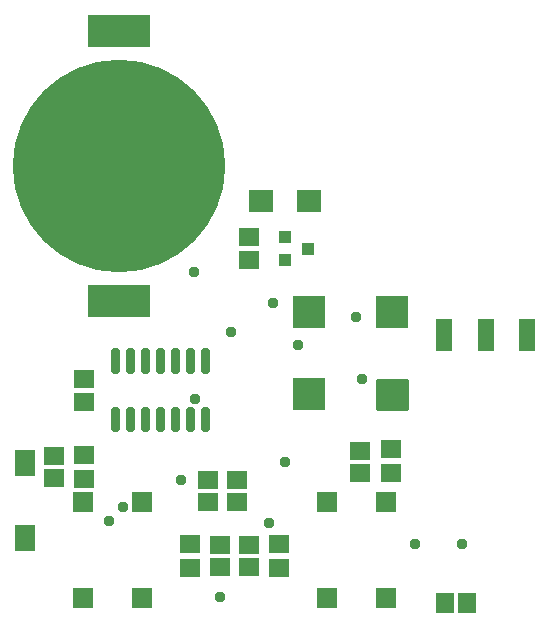
<source format=gbr>
G04 EAGLE Gerber RS-274X export*
G75*
%MOMM*%
%FSLAX34Y34*%
%LPD*%
%INSoldermask Top*%
%IPPOS*%
%AMOC8*
5,1,8,0,0,1.08239X$1,22.5*%
G01*
%ADD10C,18.003200*%
%ADD11R,5.303200X2.703200*%
%ADD12R,1.803200X1.503200*%
%ADD13R,2.003200X1.903200*%
%ADD14R,1.103200X1.003200*%
%ADD15R,1.653200X2.303200*%
%ADD16R,1.703200X1.703200*%
%ADD17R,2.703200X2.703200*%
%ADD18C,0.216253*%
%ADD19C,0.499716*%
%ADD20R,1.473200X2.743200*%
%ADD21R,1.503200X1.703200*%
%ADD22C,0.959600*%


D10*
X900000Y2190000D03*
D11*
X900000Y2075500D03*
X900000Y2304500D03*
D12*
X870000Y1990000D03*
X870000Y2010000D03*
X870000Y1945000D03*
X870000Y1925000D03*
X1035000Y1870000D03*
X1035000Y1850000D03*
X960000Y1870000D03*
X960000Y1850000D03*
X1130000Y1950000D03*
X1130000Y1930000D03*
D13*
X1060500Y2160000D03*
X1019500Y2160000D03*
D14*
X1060000Y2120000D03*
X1040000Y2129500D03*
X1040000Y2110500D03*
D12*
X845000Y1944500D03*
X845000Y1925500D03*
X1010000Y1869500D03*
X1010000Y1850500D03*
X985000Y1869500D03*
X985000Y1850500D03*
X1010000Y2110500D03*
X1010000Y2129500D03*
X975000Y1924500D03*
X975000Y1905500D03*
X1103900Y1929900D03*
X1103900Y1948900D03*
X1000000Y1905500D03*
X1000000Y1924500D03*
D15*
X820000Y1875000D03*
X820000Y1938500D03*
D16*
X1076000Y1905500D03*
X1126000Y1905500D03*
X1076000Y1824500D03*
X1126000Y1824500D03*
X919000Y1824500D03*
X869000Y1824500D03*
X919000Y1905500D03*
X869000Y1905500D03*
D17*
X1060900Y1996700D03*
D18*
X1118465Y1984265D02*
X1143335Y1984265D01*
X1118465Y1984265D02*
X1118465Y2009135D01*
X1143335Y2009135D01*
X1143335Y1984265D01*
X1143335Y1986320D02*
X1118465Y1986320D01*
X1118465Y1988375D02*
X1143335Y1988375D01*
X1143335Y1990430D02*
X1118465Y1990430D01*
X1118465Y1992485D02*
X1143335Y1992485D01*
X1143335Y1994540D02*
X1118465Y1994540D01*
X1118465Y1996595D02*
X1143335Y1996595D01*
X1143335Y1998650D02*
X1118465Y1998650D01*
X1118465Y2000705D02*
X1143335Y2000705D01*
X1143335Y2002760D02*
X1118465Y2002760D01*
X1118465Y2004815D02*
X1143335Y2004815D01*
X1143335Y2006870D02*
X1118465Y2006870D01*
X1118465Y2008925D02*
X1143335Y2008925D01*
D17*
X1060900Y2066700D03*
X1130900Y2066700D03*
D19*
X898368Y1983468D02*
X898368Y1966932D01*
X895432Y1966932D01*
X895432Y1983468D01*
X898368Y1983468D01*
X898368Y1971679D02*
X895432Y1971679D01*
X895432Y1976426D02*
X898368Y1976426D01*
X898368Y1981173D02*
X895432Y1981173D01*
X911068Y1983468D02*
X911068Y1966932D01*
X908132Y1966932D01*
X908132Y1983468D01*
X911068Y1983468D01*
X911068Y1971679D02*
X908132Y1971679D01*
X908132Y1976426D02*
X911068Y1976426D01*
X911068Y1981173D02*
X908132Y1981173D01*
X923768Y1983468D02*
X923768Y1966932D01*
X920832Y1966932D01*
X920832Y1983468D01*
X923768Y1983468D01*
X923768Y1971679D02*
X920832Y1971679D01*
X920832Y1976426D02*
X923768Y1976426D01*
X923768Y1981173D02*
X920832Y1981173D01*
X936468Y1983468D02*
X936468Y1966932D01*
X933532Y1966932D01*
X933532Y1983468D01*
X936468Y1983468D01*
X936468Y1971679D02*
X933532Y1971679D01*
X933532Y1976426D02*
X936468Y1976426D01*
X936468Y1981173D02*
X933532Y1981173D01*
X949168Y1983468D02*
X949168Y1966932D01*
X946232Y1966932D01*
X946232Y1983468D01*
X949168Y1983468D01*
X949168Y1971679D02*
X946232Y1971679D01*
X946232Y1976426D02*
X949168Y1976426D01*
X949168Y1981173D02*
X946232Y1981173D01*
X961868Y1983468D02*
X961868Y1966932D01*
X958932Y1966932D01*
X958932Y1983468D01*
X961868Y1983468D01*
X961868Y1971679D02*
X958932Y1971679D01*
X958932Y1976426D02*
X961868Y1976426D01*
X961868Y1981173D02*
X958932Y1981173D01*
X974568Y1983468D02*
X974568Y1966932D01*
X971632Y1966932D01*
X971632Y1983468D01*
X974568Y1983468D01*
X974568Y1971679D02*
X971632Y1971679D01*
X971632Y1976426D02*
X974568Y1976426D01*
X974568Y1981173D02*
X971632Y1981173D01*
X974568Y2016532D02*
X974568Y2033068D01*
X974568Y2016532D02*
X971632Y2016532D01*
X971632Y2033068D01*
X974568Y2033068D01*
X974568Y2021279D02*
X971632Y2021279D01*
X971632Y2026026D02*
X974568Y2026026D01*
X974568Y2030773D02*
X971632Y2030773D01*
X961868Y2033068D02*
X961868Y2016532D01*
X958932Y2016532D01*
X958932Y2033068D01*
X961868Y2033068D01*
X961868Y2021279D02*
X958932Y2021279D01*
X958932Y2026026D02*
X961868Y2026026D01*
X961868Y2030773D02*
X958932Y2030773D01*
X949168Y2033068D02*
X949168Y2016532D01*
X946232Y2016532D01*
X946232Y2033068D01*
X949168Y2033068D01*
X949168Y2021279D02*
X946232Y2021279D01*
X946232Y2026026D02*
X949168Y2026026D01*
X949168Y2030773D02*
X946232Y2030773D01*
X936468Y2033068D02*
X936468Y2016532D01*
X933532Y2016532D01*
X933532Y2033068D01*
X936468Y2033068D01*
X936468Y2021279D02*
X933532Y2021279D01*
X933532Y2026026D02*
X936468Y2026026D01*
X936468Y2030773D02*
X933532Y2030773D01*
X923768Y2033068D02*
X923768Y2016532D01*
X920832Y2016532D01*
X920832Y2033068D01*
X923768Y2033068D01*
X923768Y2021279D02*
X920832Y2021279D01*
X920832Y2026026D02*
X923768Y2026026D01*
X923768Y2030773D02*
X920832Y2030773D01*
X911068Y2033068D02*
X911068Y2016532D01*
X908132Y2016532D01*
X908132Y2033068D01*
X911068Y2033068D01*
X911068Y2021279D02*
X908132Y2021279D01*
X908132Y2026026D02*
X911068Y2026026D01*
X911068Y2030773D02*
X908132Y2030773D01*
X898368Y2033068D02*
X898368Y2016532D01*
X895432Y2016532D01*
X895432Y2033068D01*
X898368Y2033068D01*
X898368Y2021279D02*
X895432Y2021279D01*
X895432Y2026026D02*
X898368Y2026026D01*
X898368Y2030773D02*
X895432Y2030773D01*
D20*
X1245000Y2047000D03*
X1210000Y2047000D03*
X1175000Y2047000D03*
D21*
X1175500Y1820000D03*
X1194500Y1820000D03*
D22*
X1030000Y2074000D03*
X963000Y2100000D03*
X952500Y1924050D03*
X902970Y1901190D03*
X985000Y1825000D03*
X1027000Y1888000D03*
X1100150Y2062150D03*
X1105000Y2010000D03*
X1150000Y1870000D03*
X1190000Y1870000D03*
X1051000Y2038000D03*
X994500Y2049500D03*
X1040130Y1939290D03*
X963930Y1992630D03*
X891540Y1889760D03*
M02*

</source>
